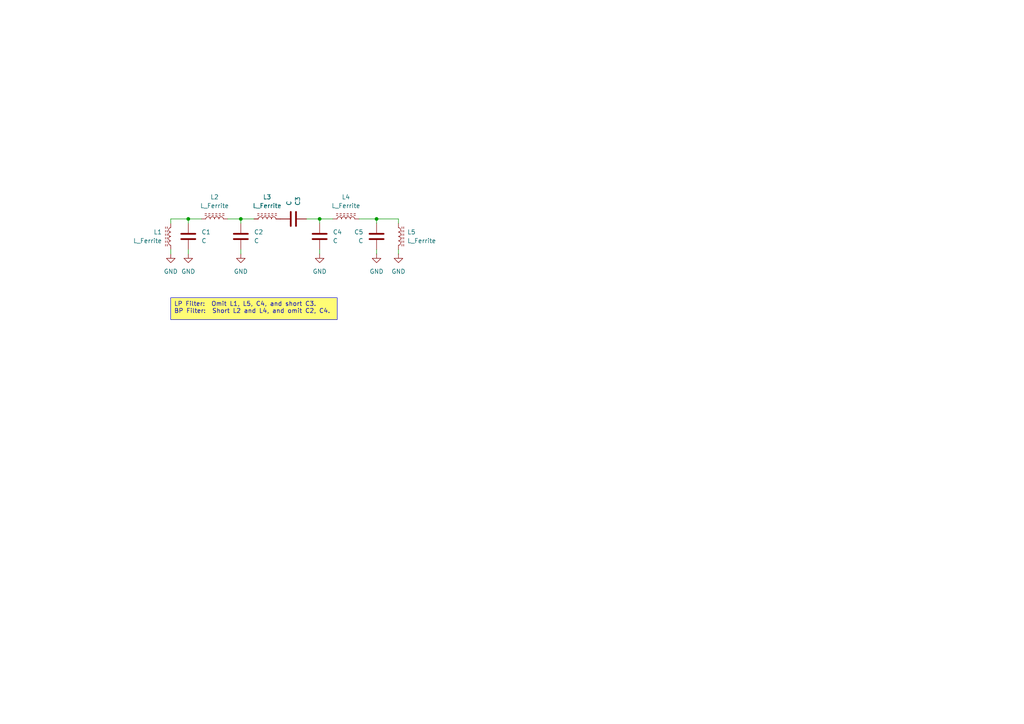
<source format=kicad_sch>
(kicad_sch (version 20231120) (generator "eeschema") (generator_version "8.0")
  (paper "A4")
  (lib_symbols
    (symbol "Device:C" (pin_numbers hide) (pin_names (offset 0.254))
      (property "Reference" "C" (at 0.635 2.54 0))
      (property "Value" "C" (at 0.635 -2.54 0))
      (symbol "C_0_1"
        (polyline (pts (xy -2.032 -0.762) (xy 2.032 -0.762)) (stroke (width 0.508)))
        (polyline (pts (xy -2.032 0.762) (xy 2.032 0.762)) (stroke (width 0.508)))
      )
      (symbol "C_1_1"
        (pin passive line (at 0 3.81 270) (length 2.794) (name "~") (number "1"))
        (pin passive line (at 0 -3.81 90) (length 2.794) (name "~") (number "2"))
      )
    )
    (symbol "Device:L_Ferrite" (pin_numbers hide) (pin_names (offset 1.016) hide)
      (property "Reference" "L" (at -1.27 0 90))
      (property "Value" "L_Ferrite" (at 2.794 0 90))
      (symbol "L_Ferrite_0_1"
        (arc (start 0 -2.54) (mid 0.6323 -1.905) (end 0 -1.27))
        (arc (start 0 -1.27) (mid 0.6323 -0.635) (end 0 0))
        (polyline (pts (xy 1.016 -2.794) (xy 1.016 -2.286)))
        (polyline (pts (xy 1.016 -1.778) (xy 1.016 -1.27)))
        (polyline (pts (xy 1.016 -0.762) (xy 1.016 -0.254)))
        (polyline (pts (xy 1.016 0.254) (xy 1.016 0.762)))
        (polyline (pts (xy 1.016 1.27) (xy 1.016 1.778)))
        (polyline (pts (xy 1.016 2.286) (xy 1.016 2.794)))
        (polyline (pts (xy 1.524 -2.286) (xy 1.524 -2.794)))
        (polyline (pts (xy 1.524 -1.27) (xy 1.524 -1.778)))
        (polyline (pts (xy 1.524 -0.254) (xy 1.524 -0.762)))
        (polyline (pts (xy 1.524 0.762) (xy 1.524 0.254)))
        (polyline (pts (xy 1.524 1.778) (xy 1.524 1.27)))
        (polyline (pts (xy 1.524 2.794) (xy 1.524 2.286)))
        (arc (start 0 0) (mid 0.6323 0.635) (end 0 1.27))
        (arc (start 0 1.27) (mid 0.6323 1.905) (end 0 2.54))
      )
      (symbol "L_Ferrite_1_1"
        (pin passive line (at 0 3.81 270) (length 1.27) (name "1") (number "1"))
        (pin passive line (at 0 -3.81 90) (length 1.27) (name "2") (number "2"))
      )
    )
    (symbol "power:GND" (power) (pin_numbers hide) (pin_names (offset 0) hide)
      (property "Value" "GND" (at 0 -3.81 0))
      (symbol "GND_0_1"
        (polyline (pts (xy 0 0) (xy 0 -1.27) (xy 1.27 -1.27) (xy 0 -2.54) (xy -1.27 -1.27) (xy 0 -1.27)))
      )
      (symbol "GND_1_1"
        (pin power_in line (at 0 0 270) (length 0) (name "~") (number "1"))
      )
    )
  )
  (junction (at 69.85 63.5))
  (junction (at 54.61 63.5))
  (junction (at 109.22 63.5))
  (junction (at 92.71 63.5))
  (wire (pts (xy 88.9 63.5) (xy 92.71 63.5)))
  (wire (pts (xy 92.71 73.66) (xy 92.71 72.39)))
  (wire (pts (xy 104.14 63.5) (xy 109.22 63.5)))
  (wire (pts (xy 109.22 64.77) (xy 109.22 63.5)))
  (wire (pts (xy 54.61 63.5) (xy 58.42 63.5)))
  (wire (pts (xy 92.71 64.77) (xy 92.71 63.5)))
  (wire (pts (xy 54.61 73.66) (xy 54.61 72.39)))
  (wire (pts (xy 109.22 73.66) (xy 109.22 72.39)))
  (wire (pts (xy 49.53 64.77) (xy 49.53 63.5)))
  (wire (pts (xy 49.53 73.66) (xy 49.53 72.39)))
  (wire (pts (xy 115.57 73.66) (xy 115.57 72.39)))
  (wire (pts (xy 92.71 63.5) (xy 96.52 63.5)))
  (wire (pts (xy 54.61 64.77) (xy 54.61 63.5)))
  (wire (pts (xy 109.22 63.5) (xy 115.57 63.5)))
  (wire (pts (xy 69.85 64.77) (xy 69.85 63.5)))
  (wire (pts (xy 49.53 63.5) (xy 54.61 63.5)))
  (wire (pts (xy 69.85 63.5) (xy 73.66 63.5)))
  (wire (pts (xy 69.85 73.66) (xy 69.85 72.39)))
  (wire (pts (xy 115.57 64.77) (xy 115.57 63.5)))
  (wire (pts (xy 66.04 63.5) (xy 69.85 63.5)))
  (text_box "LP Filter:  Omit L1, L5, C4, and short C3.\nBP Filter:  Short L2 and L4, and omit C2, C4." (at 49.53 86.36 0) (size 48.26 6.35) (fill (type color) (color 255 252 117 1)) (effects (font (size 1.27 1.27)) (justify left top)))
  (symbol (lib_id "Device:L_Ferrite") (at 100.33 63.5 90) (unit 1)
    (property "Reference" "L4" (at 100.33 57.15 90))
    (property "Value" "L_Ferrite" (at 100.33 59.69 90))
    (property "Description" "Inductor with ferrite core" (effects (hide yes)))
  )
  (symbol (lib_id "Device:C") (at 92.71 68.58 0) (unit 1)
    (property "Reference" "C4" (at 96.52 67.3099 0) (effects (justify left)))
    (property "Value" "C" (at 96.52 69.8499 0) (effects (justify left)))
    (property "Footprint" "Capacitor_SMD:C_1206_3216Metric_Pad1.33x1.80mm_HandSolder" (effects (hide yes)))
    (property "Description" "Unpolarized capacitor" (effects (hide yes)))
  )
  (symbol (lib_id "Device:C") (at 109.22 68.58 0) (mirror y) (unit 1)
    (property "Reference" "C5" (at 105.41 67.3099 0) (effects (justify left)))
    (property "Value" "C" (at 105.41 69.8499 0) (effects (justify left)))
    (property "Footprint" "Capacitor_SMD:C_1206_3216Metric_Pad1.33x1.80mm_HandSolder" (effects (hide yes)))
    (property "Description" "Unpolarized capacitor" (effects (hide yes)))
  )
  (symbol (lib_id "Device:L_Ferrite") (at 115.57 68.58 0) (unit 1)
    (property "Reference" "L5" (at 118.11 67.3099 0) (effects (justify left)))
    (property "Value" "L_Ferrite" (at 118.11 69.8499 0) (effects (justify left)))
    (property "Description" "Inductor with ferrite core" (effects (hide yes)))
  )
  (symbol (lib_id "Device:C") (at 54.61 68.58 0) (unit 1)
    (property "Reference" "C1" (at 58.42 67.3099 0) (effects (justify left)))
    (property "Value" "C" (at 58.42 69.8499 0) (effects (justify left)))
    (property "Footprint" "Capacitor_SMD:C_1206_3216Metric_Pad1.33x1.80mm_HandSolder" (effects (hide yes)))
    (property "Description" "Unpolarized capacitor" (effects (hide yes)))
  )
  (symbol (lib_id "Device:C") (at 69.85 68.58 0) (unit 1)
    (property "Reference" "C2" (at 73.66 67.3099 0) (effects (justify left)))
    (property "Value" "C" (at 73.66 69.8499 0) (effects (justify left)))
    (property "Footprint" "Capacitor_SMD:C_1206_3216Metric_Pad1.33x1.80mm_HandSolder" (effects (hide yes)))
    (property "Description" "Unpolarized capacitor" (effects (hide yes)))
  )
  (symbol (lib_id "Device:L_Ferrite") (at 49.53 68.58 0) (mirror y) (unit 1)
    (property "Reference" "L1" (at 46.99 67.3099 0) (effects (justify left)))
    (property "Value" "L_Ferrite" (at 46.99 69.8499 0) (effects (justify left)))
    (property "Description" "Inductor with ferrite core" (effects (hide yes)))
  )
  (symbol (lib_id "Device:L_Ferrite") (at 62.23 63.5 90) (unit 1)
    (property "Reference" "L2" (at 62.23 57.15 90))
    (property "Value" "L_Ferrite" (at 62.23 59.69 90))
    (property "Description" "Inductor with ferrite core" (effects (hide yes)))
  )
  (symbol (lib_id "Device:L_Ferrite") (at 77.47 63.5 90) (unit 1)
    (property "Reference" "L3" (at 77.47 57.15 90))
    (property "Value" "L_Ferrite" (at 77.47 59.69 90))
    (property "Description" "Inductor with ferrite core" (effects (hide yes)))
  )
  (symbol (lib_id "power:GND") (at 92.71 73.66 0) (unit 1)
    (property "Reference" "#PWR03" (effects (hide yes)))
    (property "Value" "GND" (at 92.71 78.74 0))
    (property "Description" "Power symbol creates a global label with name \"GND\" , ground" (effects (hide yes)))
  )
  (symbol (lib_id "Device:C") (at 85.09 63.5 270) (mirror x) (unit 1)
    (property "Reference" "C3" (at 86.3601 59.69 0) (effects (justify left)))
    (property "Value" "C" (at 83.8201 59.69 0) (effects (justify left)))
    (property "Footprint" "Capacitor_SMD:C_1206_3216Metric_Pad1.33x1.80mm_HandSolder" (effects (hide yes)))
    (property "Description" "Unpolarized capacitor" (effects (hide yes)))
  )
  (symbol (lib_id "power:GND") (at 69.85 73.66 0) (unit 1)
    (property "Reference" "#PWR02" (effects (hide yes)))
    (property "Value" "GND" (at 69.85 78.74 0))
    (property "Description" "Power symbol creates a global label with name \"GND\" , ground" (effects (hide yes)))
  )
  (symbol (lib_id "power:GND") (at 49.53 73.66 0) (unit 1)
    (property "Reference" "#PWR05" (effects (hide yes)))
    (property "Value" "GND" (at 49.53 78.74 0))
    (property "Description" "Power symbol creates a global label with name \"GND\" , ground" (effects (hide yes)))
  )
  (symbol (lib_id "power:GND") (at 54.61 73.66 0) (unit 1)
    (property "Reference" "#PWR01" (effects (hide yes)))
    (property "Value" "GND" (at 54.61 78.74 0))
    (property "Description" "Power symbol creates a global label with name \"GND\" , ground" (effects (hide yes)))
  )
  (symbol (lib_id "power:GND") (at 115.57 73.66 0) (mirror y) (unit 1)
    (property "Reference" "#PWR09" (effects (hide yes)))
    (property "Value" "GND" (at 115.57 78.74 0))
    (property "Description" "Power symbol creates a global label with name \"GND\" , ground" (effects (hide yes)))
  )
  (symbol (lib_id "power:GND") (at 109.22 73.66 0) (unit 1)
    (property "Reference" "#PWR04" (effects (hide yes)))
    (property "Value" "GND" (at 109.22 78.74 0))
    (property "Description" "Power symbol creates a global label with name \"GND\" , ground" (effects (hide yes)))
  )
)
</source>
